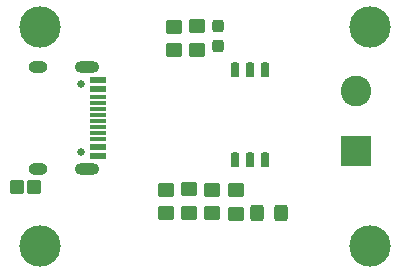
<source format=gbr>
%TF.GenerationSoftware,KiCad,Pcbnew,8.0.6*%
%TF.CreationDate,2024-12-14T19:14:03-05:00*%
%TF.ProjectId,dpx_pd_pooper,6470785f-7064-45f7-906f-6f7065722e6b,rev?*%
%TF.SameCoordinates,Original*%
%TF.FileFunction,Soldermask,Top*%
%TF.FilePolarity,Negative*%
%FSLAX46Y46*%
G04 Gerber Fmt 4.6, Leading zero omitted, Abs format (unit mm)*
G04 Created by KiCad (PCBNEW 8.0.6) date 2024-12-14 19:14:03*
%MOMM*%
%LPD*%
G01*
G04 APERTURE LIST*
G04 Aperture macros list*
%AMRoundRect*
0 Rectangle with rounded corners*
0 $1 Rounding radius*
0 $2 $3 $4 $5 $6 $7 $8 $9 X,Y pos of 4 corners*
0 Add a 4 corners polygon primitive as box body*
4,1,4,$2,$3,$4,$5,$6,$7,$8,$9,$2,$3,0*
0 Add four circle primitives for the rounded corners*
1,1,$1+$1,$2,$3*
1,1,$1+$1,$4,$5*
1,1,$1+$1,$6,$7*
1,1,$1+$1,$8,$9*
0 Add four rect primitives between the rounded corners*
20,1,$1+$1,$2,$3,$4,$5,0*
20,1,$1+$1,$4,$5,$6,$7,0*
20,1,$1+$1,$6,$7,$8,$9,0*
20,1,$1+$1,$8,$9,$2,$3,0*%
G04 Aperture macros list end*
%ADD10C,3.500000*%
%ADD11C,2.600000*%
%ADD12RoundRect,0.250000X0.450000X-0.350000X0.450000X0.350000X-0.450000X0.350000X-0.450000X-0.350000X0*%
%ADD13RoundRect,0.250000X-0.450000X0.350000X-0.450000X-0.350000X0.450000X-0.350000X0.450000X0.350000X0*%
%ADD14R,2.600000X2.600000*%
%ADD15C,0.650000*%
%ADD16R,1.450000X0.600000*%
%ADD17R,1.450000X0.300000*%
%ADD18O,2.100000X1.000000*%
%ADD19O,1.600000X1.000000*%
%ADD20RoundRect,0.237500X0.237500X-0.300000X0.237500X0.300000X-0.237500X0.300000X-0.237500X-0.300000X0*%
%ADD21RoundRect,0.250000X0.325000X0.450000X-0.325000X0.450000X-0.325000X-0.450000X0.325000X-0.450000X0*%
%ADD22RoundRect,0.190000X0.190000X-0.445000X0.190000X0.445000X-0.190000X0.445000X-0.190000X-0.445000X0*%
%ADD23RoundRect,0.102000X0.500000X0.485000X-0.500000X0.485000X-0.500000X-0.485000X0.500000X-0.485000X0*%
G04 APERTURE END LIST*
D10*
%TO.C,H4*%
X71000000Y-76490000D03*
D11*
X71050000Y-76490000D03*
%TD*%
D12*
%TO.C,R4*%
X59600000Y-73770000D03*
X59600000Y-71770000D03*
%TD*%
D13*
%TO.C,R2*%
X56350000Y-57920000D03*
X56350000Y-59920000D03*
%TD*%
%TO.C,R3*%
X54410000Y-57940000D03*
X54410000Y-59940000D03*
%TD*%
D14*
%TO.C,J2*%
X69800000Y-68450000D03*
D11*
X69800000Y-63370000D03*
%TD*%
D15*
%TO.C,USB1*%
X46510000Y-62790000D03*
X46510000Y-68570000D03*
D16*
X47955000Y-62430000D03*
X47955000Y-63230000D03*
D17*
X47955000Y-63930000D03*
X47955000Y-64430000D03*
X47955000Y-64930000D03*
X47955000Y-65430000D03*
X47955000Y-65930000D03*
X47955000Y-66430000D03*
X47955000Y-66930000D03*
X47955000Y-67430000D03*
D16*
X47955000Y-68130000D03*
X47955000Y-68930000D03*
D18*
X47040000Y-61360000D03*
D19*
X42860000Y-61360000D03*
D18*
X47040000Y-70000000D03*
D19*
X42860000Y-70000000D03*
%TD*%
D11*
%TO.C,H3*%
X71000000Y-57990000D03*
D10*
X71000000Y-57990000D03*
%TD*%
D11*
%TO.C,H2*%
X43000000Y-76500000D03*
D10*
X43000000Y-76500000D03*
%TD*%
D20*
%TO.C,C1*%
X58070000Y-59585000D03*
X58070000Y-57860000D03*
%TD*%
D12*
%TO.C,R5*%
X53730000Y-73740000D03*
X53730000Y-71740000D03*
%TD*%
%TO.C,R1*%
X55690000Y-73720000D03*
X55690000Y-71720000D03*
%TD*%
%TO.C,R6*%
X57640000Y-73740000D03*
X57640000Y-71740000D03*
%TD*%
D21*
%TO.C,D1*%
X63480000Y-73710000D03*
X61430000Y-73710000D03*
%TD*%
D22*
%TO.C,SW1*%
X59530000Y-69260000D03*
X60800000Y-69260000D03*
X62070000Y-69260000D03*
X62070000Y-61640000D03*
X60800000Y-61640000D03*
X59530000Y-61640000D03*
%TD*%
D11*
%TO.C,H1*%
X43000000Y-58000000D03*
D10*
X43000000Y-58000000D03*
%TD*%
D23*
%TO.C,FB1*%
X42530000Y-71520000D03*
X41060000Y-71520000D03*
%TD*%
M02*

</source>
